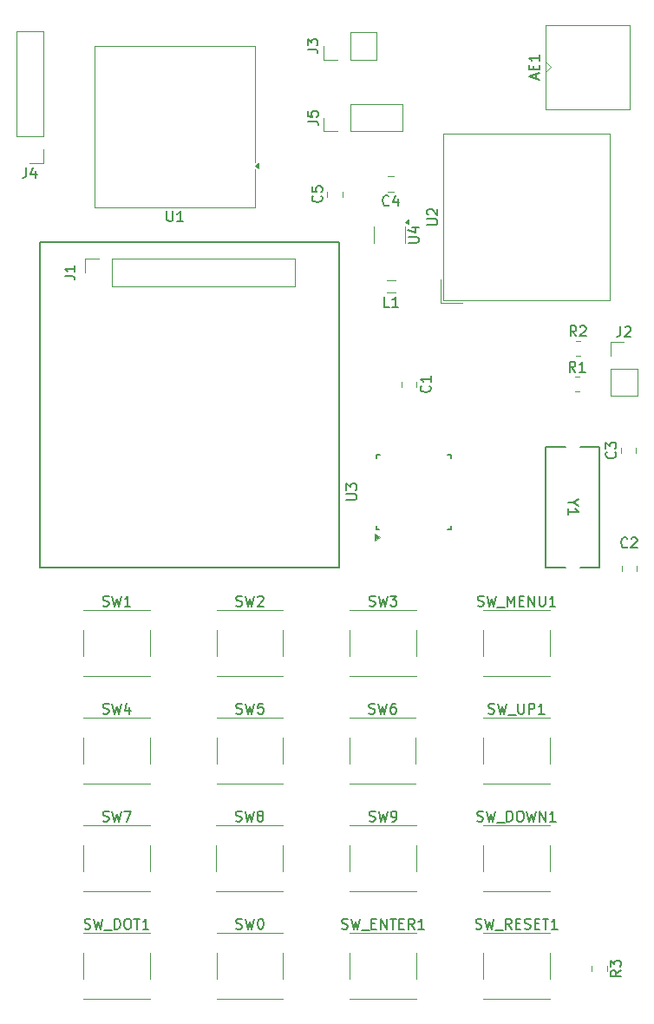
<source format=gto>
%TF.GenerationSoftware,KiCad,Pcbnew,8.0.0*%
%TF.CreationDate,2024-03-05T15:49:07-06:00*%
%TF.ProjectId,handheld_tracker,68616e64-6865-46c6-945f-747261636b65,rev?*%
%TF.SameCoordinates,Original*%
%TF.FileFunction,Legend,Top*%
%TF.FilePolarity,Positive*%
%FSLAX46Y46*%
G04 Gerber Fmt 4.6, Leading zero omitted, Abs format (unit mm)*
G04 Created by KiCad (PCBNEW 8.0.0) date 2024-03-05 15:49:07*
%MOMM*%
%LPD*%
G01*
G04 APERTURE LIST*
%ADD10C,0.200000*%
%ADD11C,0.150000*%
%ADD12C,0.120000*%
%ADD13C,0.152400*%
G04 APERTURE END LIST*
D10*
X110500000Y-68125000D02*
X139700000Y-68125000D01*
X139700000Y-99875000D01*
X110500000Y-99875000D01*
X110500000Y-68125000D01*
D11*
X136624819Y-56333333D02*
X137339104Y-56333333D01*
X137339104Y-56333333D02*
X137481961Y-56380952D01*
X137481961Y-56380952D02*
X137577200Y-56476190D01*
X137577200Y-56476190D02*
X137624819Y-56619047D01*
X137624819Y-56619047D02*
X137624819Y-56714285D01*
X136624819Y-55380952D02*
X136624819Y-55857142D01*
X136624819Y-55857142D02*
X137101009Y-55904761D01*
X137101009Y-55904761D02*
X137053390Y-55857142D01*
X137053390Y-55857142D02*
X137005771Y-55761904D01*
X137005771Y-55761904D02*
X137005771Y-55523809D01*
X137005771Y-55523809D02*
X137053390Y-55428571D01*
X137053390Y-55428571D02*
X137101009Y-55380952D01*
X137101009Y-55380952D02*
X137196247Y-55333333D01*
X137196247Y-55333333D02*
X137434342Y-55333333D01*
X137434342Y-55333333D02*
X137529580Y-55380952D01*
X137529580Y-55380952D02*
X137577200Y-55428571D01*
X137577200Y-55428571D02*
X137624819Y-55523809D01*
X137624819Y-55523809D02*
X137624819Y-55761904D01*
X137624819Y-55761904D02*
X137577200Y-55857142D01*
X137577200Y-55857142D02*
X137529580Y-55904761D01*
X109166666Y-60859819D02*
X109166666Y-61574104D01*
X109166666Y-61574104D02*
X109119047Y-61716961D01*
X109119047Y-61716961D02*
X109023809Y-61812200D01*
X109023809Y-61812200D02*
X108880952Y-61859819D01*
X108880952Y-61859819D02*
X108785714Y-61859819D01*
X110071428Y-61193152D02*
X110071428Y-61859819D01*
X109833333Y-60812200D02*
X109595238Y-61526485D01*
X109595238Y-61526485D02*
X110214285Y-61526485D01*
X129606667Y-124607200D02*
X129749524Y-124654819D01*
X129749524Y-124654819D02*
X129987619Y-124654819D01*
X129987619Y-124654819D02*
X130082857Y-124607200D01*
X130082857Y-124607200D02*
X130130476Y-124559580D01*
X130130476Y-124559580D02*
X130178095Y-124464342D01*
X130178095Y-124464342D02*
X130178095Y-124369104D01*
X130178095Y-124369104D02*
X130130476Y-124273866D01*
X130130476Y-124273866D02*
X130082857Y-124226247D01*
X130082857Y-124226247D02*
X129987619Y-124178628D01*
X129987619Y-124178628D02*
X129797143Y-124131009D01*
X129797143Y-124131009D02*
X129701905Y-124083390D01*
X129701905Y-124083390D02*
X129654286Y-124035771D01*
X129654286Y-124035771D02*
X129606667Y-123940533D01*
X129606667Y-123940533D02*
X129606667Y-123845295D01*
X129606667Y-123845295D02*
X129654286Y-123750057D01*
X129654286Y-123750057D02*
X129701905Y-123702438D01*
X129701905Y-123702438D02*
X129797143Y-123654819D01*
X129797143Y-123654819D02*
X130035238Y-123654819D01*
X130035238Y-123654819D02*
X130178095Y-123702438D01*
X130511429Y-123654819D02*
X130749524Y-124654819D01*
X130749524Y-124654819D02*
X130940000Y-123940533D01*
X130940000Y-123940533D02*
X131130476Y-124654819D01*
X131130476Y-124654819D02*
X131368572Y-123654819D01*
X131892381Y-124083390D02*
X131797143Y-124035771D01*
X131797143Y-124035771D02*
X131749524Y-123988152D01*
X131749524Y-123988152D02*
X131701905Y-123892914D01*
X131701905Y-123892914D02*
X131701905Y-123845295D01*
X131701905Y-123845295D02*
X131749524Y-123750057D01*
X131749524Y-123750057D02*
X131797143Y-123702438D01*
X131797143Y-123702438D02*
X131892381Y-123654819D01*
X131892381Y-123654819D02*
X132082857Y-123654819D01*
X132082857Y-123654819D02*
X132178095Y-123702438D01*
X132178095Y-123702438D02*
X132225714Y-123750057D01*
X132225714Y-123750057D02*
X132273333Y-123845295D01*
X132273333Y-123845295D02*
X132273333Y-123892914D01*
X132273333Y-123892914D02*
X132225714Y-123988152D01*
X132225714Y-123988152D02*
X132178095Y-124035771D01*
X132178095Y-124035771D02*
X132082857Y-124083390D01*
X132082857Y-124083390D02*
X131892381Y-124083390D01*
X131892381Y-124083390D02*
X131797143Y-124131009D01*
X131797143Y-124131009D02*
X131749524Y-124178628D01*
X131749524Y-124178628D02*
X131701905Y-124273866D01*
X131701905Y-124273866D02*
X131701905Y-124464342D01*
X131701905Y-124464342D02*
X131749524Y-124559580D01*
X131749524Y-124559580D02*
X131797143Y-124607200D01*
X131797143Y-124607200D02*
X131892381Y-124654819D01*
X131892381Y-124654819D02*
X132082857Y-124654819D01*
X132082857Y-124654819D02*
X132178095Y-124607200D01*
X132178095Y-124607200D02*
X132225714Y-124559580D01*
X132225714Y-124559580D02*
X132273333Y-124464342D01*
X132273333Y-124464342D02*
X132273333Y-124273866D01*
X132273333Y-124273866D02*
X132225714Y-124178628D01*
X132225714Y-124178628D02*
X132178095Y-124131009D01*
X132178095Y-124131009D02*
X132082857Y-124083390D01*
X144558333Y-64489580D02*
X144510714Y-64537200D01*
X144510714Y-64537200D02*
X144367857Y-64584819D01*
X144367857Y-64584819D02*
X144272619Y-64584819D01*
X144272619Y-64584819D02*
X144129762Y-64537200D01*
X144129762Y-64537200D02*
X144034524Y-64441961D01*
X144034524Y-64441961D02*
X143986905Y-64346723D01*
X143986905Y-64346723D02*
X143939286Y-64156247D01*
X143939286Y-64156247D02*
X143939286Y-64013390D01*
X143939286Y-64013390D02*
X143986905Y-63822914D01*
X143986905Y-63822914D02*
X144034524Y-63727676D01*
X144034524Y-63727676D02*
X144129762Y-63632438D01*
X144129762Y-63632438D02*
X144272619Y-63584819D01*
X144272619Y-63584819D02*
X144367857Y-63584819D01*
X144367857Y-63584819D02*
X144510714Y-63632438D01*
X144510714Y-63632438D02*
X144558333Y-63680057D01*
X145415476Y-63918152D02*
X145415476Y-64584819D01*
X145177381Y-63537200D02*
X144939286Y-64251485D01*
X144939286Y-64251485D02*
X145558333Y-64251485D01*
X122888095Y-65104819D02*
X122888095Y-65914342D01*
X122888095Y-65914342D02*
X122935714Y-66009580D01*
X122935714Y-66009580D02*
X122983333Y-66057200D01*
X122983333Y-66057200D02*
X123078571Y-66104819D01*
X123078571Y-66104819D02*
X123269047Y-66104819D01*
X123269047Y-66104819D02*
X123364285Y-66057200D01*
X123364285Y-66057200D02*
X123411904Y-66009580D01*
X123411904Y-66009580D02*
X123459523Y-65914342D01*
X123459523Y-65914342D02*
X123459523Y-65104819D01*
X124459523Y-66104819D02*
X123888095Y-66104819D01*
X124173809Y-66104819D02*
X124173809Y-65104819D01*
X124173809Y-65104819D02*
X124078571Y-65247676D01*
X124078571Y-65247676D02*
X123983333Y-65342914D01*
X123983333Y-65342914D02*
X123888095Y-65390533D01*
X167833334Y-97859579D02*
X167785715Y-97907199D01*
X167785715Y-97907199D02*
X167642858Y-97954818D01*
X167642858Y-97954818D02*
X167547620Y-97954818D01*
X167547620Y-97954818D02*
X167404763Y-97907199D01*
X167404763Y-97907199D02*
X167309525Y-97811960D01*
X167309525Y-97811960D02*
X167261906Y-97716722D01*
X167261906Y-97716722D02*
X167214287Y-97526246D01*
X167214287Y-97526246D02*
X167214287Y-97383389D01*
X167214287Y-97383389D02*
X167261906Y-97192913D01*
X167261906Y-97192913D02*
X167309525Y-97097675D01*
X167309525Y-97097675D02*
X167404763Y-97002437D01*
X167404763Y-97002437D02*
X167547620Y-96954818D01*
X167547620Y-96954818D02*
X167642858Y-96954818D01*
X167642858Y-96954818D02*
X167785715Y-97002437D01*
X167785715Y-97002437D02*
X167833334Y-97050056D01*
X168214287Y-97050056D02*
X168261906Y-97002437D01*
X168261906Y-97002437D02*
X168357144Y-96954818D01*
X168357144Y-96954818D02*
X168595239Y-96954818D01*
X168595239Y-96954818D02*
X168690477Y-97002437D01*
X168690477Y-97002437D02*
X168738096Y-97050056D01*
X168738096Y-97050056D02*
X168785715Y-97145294D01*
X168785715Y-97145294D02*
X168785715Y-97240532D01*
X168785715Y-97240532D02*
X168738096Y-97383389D01*
X168738096Y-97383389D02*
X168166668Y-97954818D01*
X168166668Y-97954818D02*
X168785715Y-97954818D01*
X140404819Y-93261904D02*
X141214342Y-93261904D01*
X141214342Y-93261904D02*
X141309580Y-93214285D01*
X141309580Y-93214285D02*
X141357200Y-93166666D01*
X141357200Y-93166666D02*
X141404819Y-93071428D01*
X141404819Y-93071428D02*
X141404819Y-92880952D01*
X141404819Y-92880952D02*
X141357200Y-92785714D01*
X141357200Y-92785714D02*
X141309580Y-92738095D01*
X141309580Y-92738095D02*
X141214342Y-92690476D01*
X141214342Y-92690476D02*
X140404819Y-92690476D01*
X140404819Y-92309523D02*
X140404819Y-91690476D01*
X140404819Y-91690476D02*
X140785771Y-92023809D01*
X140785771Y-92023809D02*
X140785771Y-91880952D01*
X140785771Y-91880952D02*
X140833390Y-91785714D01*
X140833390Y-91785714D02*
X140881009Y-91738095D01*
X140881009Y-91738095D02*
X140976247Y-91690476D01*
X140976247Y-91690476D02*
X141214342Y-91690476D01*
X141214342Y-91690476D02*
X141309580Y-91738095D01*
X141309580Y-91738095D02*
X141357200Y-91785714D01*
X141357200Y-91785714D02*
X141404819Y-91880952D01*
X141404819Y-91880952D02*
X141404819Y-92166666D01*
X141404819Y-92166666D02*
X141357200Y-92261904D01*
X141357200Y-92261904D02*
X141309580Y-92309523D01*
X116646667Y-103607200D02*
X116789524Y-103654819D01*
X116789524Y-103654819D02*
X117027619Y-103654819D01*
X117027619Y-103654819D02*
X117122857Y-103607200D01*
X117122857Y-103607200D02*
X117170476Y-103559580D01*
X117170476Y-103559580D02*
X117218095Y-103464342D01*
X117218095Y-103464342D02*
X117218095Y-103369104D01*
X117218095Y-103369104D02*
X117170476Y-103273866D01*
X117170476Y-103273866D02*
X117122857Y-103226247D01*
X117122857Y-103226247D02*
X117027619Y-103178628D01*
X117027619Y-103178628D02*
X116837143Y-103131009D01*
X116837143Y-103131009D02*
X116741905Y-103083390D01*
X116741905Y-103083390D02*
X116694286Y-103035771D01*
X116694286Y-103035771D02*
X116646667Y-102940533D01*
X116646667Y-102940533D02*
X116646667Y-102845295D01*
X116646667Y-102845295D02*
X116694286Y-102750057D01*
X116694286Y-102750057D02*
X116741905Y-102702438D01*
X116741905Y-102702438D02*
X116837143Y-102654819D01*
X116837143Y-102654819D02*
X117075238Y-102654819D01*
X117075238Y-102654819D02*
X117218095Y-102702438D01*
X117551429Y-102654819D02*
X117789524Y-103654819D01*
X117789524Y-103654819D02*
X117980000Y-102940533D01*
X117980000Y-102940533D02*
X118170476Y-103654819D01*
X118170476Y-103654819D02*
X118408572Y-102654819D01*
X119313333Y-103654819D02*
X118741905Y-103654819D01*
X119027619Y-103654819D02*
X119027619Y-102654819D01*
X119027619Y-102654819D02*
X118932381Y-102797676D01*
X118932381Y-102797676D02*
X118837143Y-102892914D01*
X118837143Y-102892914D02*
X118741905Y-102940533D01*
X166629580Y-88616666D02*
X166677200Y-88664285D01*
X166677200Y-88664285D02*
X166724819Y-88807142D01*
X166724819Y-88807142D02*
X166724819Y-88902380D01*
X166724819Y-88902380D02*
X166677200Y-89045237D01*
X166677200Y-89045237D02*
X166581961Y-89140475D01*
X166581961Y-89140475D02*
X166486723Y-89188094D01*
X166486723Y-89188094D02*
X166296247Y-89235713D01*
X166296247Y-89235713D02*
X166153390Y-89235713D01*
X166153390Y-89235713D02*
X165962914Y-89188094D01*
X165962914Y-89188094D02*
X165867676Y-89140475D01*
X165867676Y-89140475D02*
X165772438Y-89045237D01*
X165772438Y-89045237D02*
X165724819Y-88902380D01*
X165724819Y-88902380D02*
X165724819Y-88807142D01*
X165724819Y-88807142D02*
X165772438Y-88664285D01*
X165772438Y-88664285D02*
X165820057Y-88616666D01*
X165724819Y-88283332D02*
X165724819Y-87664285D01*
X165724819Y-87664285D02*
X166105771Y-87997618D01*
X166105771Y-87997618D02*
X166105771Y-87854761D01*
X166105771Y-87854761D02*
X166153390Y-87759523D01*
X166153390Y-87759523D02*
X166201009Y-87711904D01*
X166201009Y-87711904D02*
X166296247Y-87664285D01*
X166296247Y-87664285D02*
X166534342Y-87664285D01*
X166534342Y-87664285D02*
X166629580Y-87711904D01*
X166629580Y-87711904D02*
X166677200Y-87759523D01*
X166677200Y-87759523D02*
X166724819Y-87854761D01*
X166724819Y-87854761D02*
X166724819Y-88140475D01*
X166724819Y-88140475D02*
X166677200Y-88235713D01*
X166677200Y-88235713D02*
X166629580Y-88283332D01*
X158929104Y-52206666D02*
X158929104Y-51730476D01*
X159214819Y-52301904D02*
X158214819Y-51968571D01*
X158214819Y-51968571D02*
X159214819Y-51635238D01*
X158691009Y-51301904D02*
X158691009Y-50968571D01*
X159214819Y-50825714D02*
X159214819Y-51301904D01*
X159214819Y-51301904D02*
X158214819Y-51301904D01*
X158214819Y-51301904D02*
X158214819Y-50825714D01*
X159214819Y-49873333D02*
X159214819Y-50444761D01*
X159214819Y-50159047D02*
X158214819Y-50159047D01*
X158214819Y-50159047D02*
X158357676Y-50254285D01*
X158357676Y-50254285D02*
X158452914Y-50349523D01*
X158452914Y-50349523D02*
X158500533Y-50444761D01*
X114860952Y-135107200D02*
X115003809Y-135154819D01*
X115003809Y-135154819D02*
X115241904Y-135154819D01*
X115241904Y-135154819D02*
X115337142Y-135107200D01*
X115337142Y-135107200D02*
X115384761Y-135059580D01*
X115384761Y-135059580D02*
X115432380Y-134964342D01*
X115432380Y-134964342D02*
X115432380Y-134869104D01*
X115432380Y-134869104D02*
X115384761Y-134773866D01*
X115384761Y-134773866D02*
X115337142Y-134726247D01*
X115337142Y-134726247D02*
X115241904Y-134678628D01*
X115241904Y-134678628D02*
X115051428Y-134631009D01*
X115051428Y-134631009D02*
X114956190Y-134583390D01*
X114956190Y-134583390D02*
X114908571Y-134535771D01*
X114908571Y-134535771D02*
X114860952Y-134440533D01*
X114860952Y-134440533D02*
X114860952Y-134345295D01*
X114860952Y-134345295D02*
X114908571Y-134250057D01*
X114908571Y-134250057D02*
X114956190Y-134202438D01*
X114956190Y-134202438D02*
X115051428Y-134154819D01*
X115051428Y-134154819D02*
X115289523Y-134154819D01*
X115289523Y-134154819D02*
X115432380Y-134202438D01*
X115765714Y-134154819D02*
X116003809Y-135154819D01*
X116003809Y-135154819D02*
X116194285Y-134440533D01*
X116194285Y-134440533D02*
X116384761Y-135154819D01*
X116384761Y-135154819D02*
X116622857Y-134154819D01*
X116765714Y-135250057D02*
X117527618Y-135250057D01*
X117765714Y-135154819D02*
X117765714Y-134154819D01*
X117765714Y-134154819D02*
X118003809Y-134154819D01*
X118003809Y-134154819D02*
X118146666Y-134202438D01*
X118146666Y-134202438D02*
X118241904Y-134297676D01*
X118241904Y-134297676D02*
X118289523Y-134392914D01*
X118289523Y-134392914D02*
X118337142Y-134583390D01*
X118337142Y-134583390D02*
X118337142Y-134726247D01*
X118337142Y-134726247D02*
X118289523Y-134916723D01*
X118289523Y-134916723D02*
X118241904Y-135011961D01*
X118241904Y-135011961D02*
X118146666Y-135107200D01*
X118146666Y-135107200D02*
X118003809Y-135154819D01*
X118003809Y-135154819D02*
X117765714Y-135154819D01*
X118956190Y-134154819D02*
X119146666Y-134154819D01*
X119146666Y-134154819D02*
X119241904Y-134202438D01*
X119241904Y-134202438D02*
X119337142Y-134297676D01*
X119337142Y-134297676D02*
X119384761Y-134488152D01*
X119384761Y-134488152D02*
X119384761Y-134821485D01*
X119384761Y-134821485D02*
X119337142Y-135011961D01*
X119337142Y-135011961D02*
X119241904Y-135107200D01*
X119241904Y-135107200D02*
X119146666Y-135154819D01*
X119146666Y-135154819D02*
X118956190Y-135154819D01*
X118956190Y-135154819D02*
X118860952Y-135107200D01*
X118860952Y-135107200D02*
X118765714Y-135011961D01*
X118765714Y-135011961D02*
X118718095Y-134821485D01*
X118718095Y-134821485D02*
X118718095Y-134488152D01*
X118718095Y-134488152D02*
X118765714Y-134297676D01*
X118765714Y-134297676D02*
X118860952Y-134202438D01*
X118860952Y-134202438D02*
X118956190Y-134154819D01*
X119670476Y-134154819D02*
X120241904Y-134154819D01*
X119956190Y-135154819D02*
X119956190Y-134154819D01*
X121099047Y-135154819D02*
X120527619Y-135154819D01*
X120813333Y-135154819D02*
X120813333Y-134154819D01*
X120813333Y-134154819D02*
X120718095Y-134297676D01*
X120718095Y-134297676D02*
X120622857Y-134392914D01*
X120622857Y-134392914D02*
X120527619Y-134440533D01*
X142646667Y-103607200D02*
X142789524Y-103654819D01*
X142789524Y-103654819D02*
X143027619Y-103654819D01*
X143027619Y-103654819D02*
X143122857Y-103607200D01*
X143122857Y-103607200D02*
X143170476Y-103559580D01*
X143170476Y-103559580D02*
X143218095Y-103464342D01*
X143218095Y-103464342D02*
X143218095Y-103369104D01*
X143218095Y-103369104D02*
X143170476Y-103273866D01*
X143170476Y-103273866D02*
X143122857Y-103226247D01*
X143122857Y-103226247D02*
X143027619Y-103178628D01*
X143027619Y-103178628D02*
X142837143Y-103131009D01*
X142837143Y-103131009D02*
X142741905Y-103083390D01*
X142741905Y-103083390D02*
X142694286Y-103035771D01*
X142694286Y-103035771D02*
X142646667Y-102940533D01*
X142646667Y-102940533D02*
X142646667Y-102845295D01*
X142646667Y-102845295D02*
X142694286Y-102750057D01*
X142694286Y-102750057D02*
X142741905Y-102702438D01*
X142741905Y-102702438D02*
X142837143Y-102654819D01*
X142837143Y-102654819D02*
X143075238Y-102654819D01*
X143075238Y-102654819D02*
X143218095Y-102702438D01*
X143551429Y-102654819D02*
X143789524Y-103654819D01*
X143789524Y-103654819D02*
X143980000Y-102940533D01*
X143980000Y-102940533D02*
X144170476Y-103654819D01*
X144170476Y-103654819D02*
X144408572Y-102654819D01*
X144694286Y-102654819D02*
X145313333Y-102654819D01*
X145313333Y-102654819D02*
X144980000Y-103035771D01*
X144980000Y-103035771D02*
X145122857Y-103035771D01*
X145122857Y-103035771D02*
X145218095Y-103083390D01*
X145218095Y-103083390D02*
X145265714Y-103131009D01*
X145265714Y-103131009D02*
X145313333Y-103226247D01*
X145313333Y-103226247D02*
X145313333Y-103464342D01*
X145313333Y-103464342D02*
X145265714Y-103559580D01*
X145265714Y-103559580D02*
X145218095Y-103607200D01*
X145218095Y-103607200D02*
X145122857Y-103654819D01*
X145122857Y-103654819D02*
X144837143Y-103654819D01*
X144837143Y-103654819D02*
X144741905Y-103607200D01*
X144741905Y-103607200D02*
X144694286Y-103559580D01*
X146454819Y-68211904D02*
X147264342Y-68211904D01*
X147264342Y-68211904D02*
X147359580Y-68164285D01*
X147359580Y-68164285D02*
X147407200Y-68116666D01*
X147407200Y-68116666D02*
X147454819Y-68021428D01*
X147454819Y-68021428D02*
X147454819Y-67830952D01*
X147454819Y-67830952D02*
X147407200Y-67735714D01*
X147407200Y-67735714D02*
X147359580Y-67688095D01*
X147359580Y-67688095D02*
X147264342Y-67640476D01*
X147264342Y-67640476D02*
X146454819Y-67640476D01*
X146788152Y-66735714D02*
X147454819Y-66735714D01*
X146407200Y-66973809D02*
X147121485Y-67211904D01*
X147121485Y-67211904D02*
X147121485Y-66592857D01*
X139956190Y-135107200D02*
X140099047Y-135154819D01*
X140099047Y-135154819D02*
X140337142Y-135154819D01*
X140337142Y-135154819D02*
X140432380Y-135107200D01*
X140432380Y-135107200D02*
X140479999Y-135059580D01*
X140479999Y-135059580D02*
X140527618Y-134964342D01*
X140527618Y-134964342D02*
X140527618Y-134869104D01*
X140527618Y-134869104D02*
X140479999Y-134773866D01*
X140479999Y-134773866D02*
X140432380Y-134726247D01*
X140432380Y-134726247D02*
X140337142Y-134678628D01*
X140337142Y-134678628D02*
X140146666Y-134631009D01*
X140146666Y-134631009D02*
X140051428Y-134583390D01*
X140051428Y-134583390D02*
X140003809Y-134535771D01*
X140003809Y-134535771D02*
X139956190Y-134440533D01*
X139956190Y-134440533D02*
X139956190Y-134345295D01*
X139956190Y-134345295D02*
X140003809Y-134250057D01*
X140003809Y-134250057D02*
X140051428Y-134202438D01*
X140051428Y-134202438D02*
X140146666Y-134154819D01*
X140146666Y-134154819D02*
X140384761Y-134154819D01*
X140384761Y-134154819D02*
X140527618Y-134202438D01*
X140860952Y-134154819D02*
X141099047Y-135154819D01*
X141099047Y-135154819D02*
X141289523Y-134440533D01*
X141289523Y-134440533D02*
X141479999Y-135154819D01*
X141479999Y-135154819D02*
X141718095Y-134154819D01*
X141860952Y-135250057D02*
X142622856Y-135250057D01*
X142860952Y-134631009D02*
X143194285Y-134631009D01*
X143337142Y-135154819D02*
X142860952Y-135154819D01*
X142860952Y-135154819D02*
X142860952Y-134154819D01*
X142860952Y-134154819D02*
X143337142Y-134154819D01*
X143765714Y-135154819D02*
X143765714Y-134154819D01*
X143765714Y-134154819D02*
X144337142Y-135154819D01*
X144337142Y-135154819D02*
X144337142Y-134154819D01*
X144670476Y-134154819D02*
X145241904Y-134154819D01*
X144956190Y-135154819D02*
X144956190Y-134154819D01*
X145575238Y-134631009D02*
X145908571Y-134631009D01*
X146051428Y-135154819D02*
X145575238Y-135154819D01*
X145575238Y-135154819D02*
X145575238Y-134154819D01*
X145575238Y-134154819D02*
X146051428Y-134154819D01*
X147051428Y-135154819D02*
X146718095Y-134678628D01*
X146480000Y-135154819D02*
X146480000Y-134154819D01*
X146480000Y-134154819D02*
X146860952Y-134154819D01*
X146860952Y-134154819D02*
X146956190Y-134202438D01*
X146956190Y-134202438D02*
X147003809Y-134250057D01*
X147003809Y-134250057D02*
X147051428Y-134345295D01*
X147051428Y-134345295D02*
X147051428Y-134488152D01*
X147051428Y-134488152D02*
X147003809Y-134583390D01*
X147003809Y-134583390D02*
X146956190Y-134631009D01*
X146956190Y-134631009D02*
X146860952Y-134678628D01*
X146860952Y-134678628D02*
X146480000Y-134678628D01*
X148003809Y-135154819D02*
X147432381Y-135154819D01*
X147718095Y-135154819D02*
X147718095Y-134154819D01*
X147718095Y-134154819D02*
X147622857Y-134297676D01*
X147622857Y-134297676D02*
X147527619Y-134392914D01*
X147527619Y-134392914D02*
X147432381Y-134440533D01*
X167166666Y-76349819D02*
X167166666Y-77064104D01*
X167166666Y-77064104D02*
X167119047Y-77206961D01*
X167119047Y-77206961D02*
X167023809Y-77302200D01*
X167023809Y-77302200D02*
X166880952Y-77349819D01*
X166880952Y-77349819D02*
X166785714Y-77349819D01*
X167595238Y-76445057D02*
X167642857Y-76397438D01*
X167642857Y-76397438D02*
X167738095Y-76349819D01*
X167738095Y-76349819D02*
X167976190Y-76349819D01*
X167976190Y-76349819D02*
X168071428Y-76397438D01*
X168071428Y-76397438D02*
X168119047Y-76445057D01*
X168119047Y-76445057D02*
X168166666Y-76540295D01*
X168166666Y-76540295D02*
X168166666Y-76635533D01*
X168166666Y-76635533D02*
X168119047Y-76778390D01*
X168119047Y-76778390D02*
X167547619Y-77349819D01*
X167547619Y-77349819D02*
X168166666Y-77349819D01*
X162833333Y-77304819D02*
X162500000Y-76828628D01*
X162261905Y-77304819D02*
X162261905Y-76304819D01*
X162261905Y-76304819D02*
X162642857Y-76304819D01*
X162642857Y-76304819D02*
X162738095Y-76352438D01*
X162738095Y-76352438D02*
X162785714Y-76400057D01*
X162785714Y-76400057D02*
X162833333Y-76495295D01*
X162833333Y-76495295D02*
X162833333Y-76638152D01*
X162833333Y-76638152D02*
X162785714Y-76733390D01*
X162785714Y-76733390D02*
X162738095Y-76781009D01*
X162738095Y-76781009D02*
X162642857Y-76828628D01*
X162642857Y-76828628D02*
X162261905Y-76828628D01*
X163214286Y-76400057D02*
X163261905Y-76352438D01*
X163261905Y-76352438D02*
X163357143Y-76304819D01*
X163357143Y-76304819D02*
X163595238Y-76304819D01*
X163595238Y-76304819D02*
X163690476Y-76352438D01*
X163690476Y-76352438D02*
X163738095Y-76400057D01*
X163738095Y-76400057D02*
X163785714Y-76495295D01*
X163785714Y-76495295D02*
X163785714Y-76590533D01*
X163785714Y-76590533D02*
X163738095Y-76733390D01*
X163738095Y-76733390D02*
X163166667Y-77304819D01*
X163166667Y-77304819D02*
X163785714Y-77304819D01*
X153166667Y-124607200D02*
X153309524Y-124654819D01*
X153309524Y-124654819D02*
X153547619Y-124654819D01*
X153547619Y-124654819D02*
X153642857Y-124607200D01*
X153642857Y-124607200D02*
X153690476Y-124559580D01*
X153690476Y-124559580D02*
X153738095Y-124464342D01*
X153738095Y-124464342D02*
X153738095Y-124369104D01*
X153738095Y-124369104D02*
X153690476Y-124273866D01*
X153690476Y-124273866D02*
X153642857Y-124226247D01*
X153642857Y-124226247D02*
X153547619Y-124178628D01*
X153547619Y-124178628D02*
X153357143Y-124131009D01*
X153357143Y-124131009D02*
X153261905Y-124083390D01*
X153261905Y-124083390D02*
X153214286Y-124035771D01*
X153214286Y-124035771D02*
X153166667Y-123940533D01*
X153166667Y-123940533D02*
X153166667Y-123845295D01*
X153166667Y-123845295D02*
X153214286Y-123750057D01*
X153214286Y-123750057D02*
X153261905Y-123702438D01*
X153261905Y-123702438D02*
X153357143Y-123654819D01*
X153357143Y-123654819D02*
X153595238Y-123654819D01*
X153595238Y-123654819D02*
X153738095Y-123702438D01*
X154071429Y-123654819D02*
X154309524Y-124654819D01*
X154309524Y-124654819D02*
X154500000Y-123940533D01*
X154500000Y-123940533D02*
X154690476Y-124654819D01*
X154690476Y-124654819D02*
X154928572Y-123654819D01*
X155071429Y-124750057D02*
X155833333Y-124750057D01*
X156071429Y-124654819D02*
X156071429Y-123654819D01*
X156071429Y-123654819D02*
X156309524Y-123654819D01*
X156309524Y-123654819D02*
X156452381Y-123702438D01*
X156452381Y-123702438D02*
X156547619Y-123797676D01*
X156547619Y-123797676D02*
X156595238Y-123892914D01*
X156595238Y-123892914D02*
X156642857Y-124083390D01*
X156642857Y-124083390D02*
X156642857Y-124226247D01*
X156642857Y-124226247D02*
X156595238Y-124416723D01*
X156595238Y-124416723D02*
X156547619Y-124511961D01*
X156547619Y-124511961D02*
X156452381Y-124607200D01*
X156452381Y-124607200D02*
X156309524Y-124654819D01*
X156309524Y-124654819D02*
X156071429Y-124654819D01*
X157261905Y-123654819D02*
X157452381Y-123654819D01*
X157452381Y-123654819D02*
X157547619Y-123702438D01*
X157547619Y-123702438D02*
X157642857Y-123797676D01*
X157642857Y-123797676D02*
X157690476Y-123988152D01*
X157690476Y-123988152D02*
X157690476Y-124321485D01*
X157690476Y-124321485D02*
X157642857Y-124511961D01*
X157642857Y-124511961D02*
X157547619Y-124607200D01*
X157547619Y-124607200D02*
X157452381Y-124654819D01*
X157452381Y-124654819D02*
X157261905Y-124654819D01*
X157261905Y-124654819D02*
X157166667Y-124607200D01*
X157166667Y-124607200D02*
X157071429Y-124511961D01*
X157071429Y-124511961D02*
X157023810Y-124321485D01*
X157023810Y-124321485D02*
X157023810Y-123988152D01*
X157023810Y-123988152D02*
X157071429Y-123797676D01*
X157071429Y-123797676D02*
X157166667Y-123702438D01*
X157166667Y-123702438D02*
X157261905Y-123654819D01*
X158023810Y-123654819D02*
X158261905Y-124654819D01*
X158261905Y-124654819D02*
X158452381Y-123940533D01*
X158452381Y-123940533D02*
X158642857Y-124654819D01*
X158642857Y-124654819D02*
X158880953Y-123654819D01*
X159261905Y-124654819D02*
X159261905Y-123654819D01*
X159261905Y-123654819D02*
X159833333Y-124654819D01*
X159833333Y-124654819D02*
X159833333Y-123654819D01*
X160833333Y-124654819D02*
X160261905Y-124654819D01*
X160547619Y-124654819D02*
X160547619Y-123654819D01*
X160547619Y-123654819D02*
X160452381Y-123797676D01*
X160452381Y-123797676D02*
X160357143Y-123892914D01*
X160357143Y-123892914D02*
X160261905Y-123940533D01*
X116646667Y-124607200D02*
X116789524Y-124654819D01*
X116789524Y-124654819D02*
X117027619Y-124654819D01*
X117027619Y-124654819D02*
X117122857Y-124607200D01*
X117122857Y-124607200D02*
X117170476Y-124559580D01*
X117170476Y-124559580D02*
X117218095Y-124464342D01*
X117218095Y-124464342D02*
X117218095Y-124369104D01*
X117218095Y-124369104D02*
X117170476Y-124273866D01*
X117170476Y-124273866D02*
X117122857Y-124226247D01*
X117122857Y-124226247D02*
X117027619Y-124178628D01*
X117027619Y-124178628D02*
X116837143Y-124131009D01*
X116837143Y-124131009D02*
X116741905Y-124083390D01*
X116741905Y-124083390D02*
X116694286Y-124035771D01*
X116694286Y-124035771D02*
X116646667Y-123940533D01*
X116646667Y-123940533D02*
X116646667Y-123845295D01*
X116646667Y-123845295D02*
X116694286Y-123750057D01*
X116694286Y-123750057D02*
X116741905Y-123702438D01*
X116741905Y-123702438D02*
X116837143Y-123654819D01*
X116837143Y-123654819D02*
X117075238Y-123654819D01*
X117075238Y-123654819D02*
X117218095Y-123702438D01*
X117551429Y-123654819D02*
X117789524Y-124654819D01*
X117789524Y-124654819D02*
X117980000Y-123940533D01*
X117980000Y-123940533D02*
X118170476Y-124654819D01*
X118170476Y-124654819D02*
X118408572Y-123654819D01*
X118694286Y-123654819D02*
X119360952Y-123654819D01*
X119360952Y-123654819D02*
X118932381Y-124654819D01*
X112909819Y-71433333D02*
X113624104Y-71433333D01*
X113624104Y-71433333D02*
X113766961Y-71480952D01*
X113766961Y-71480952D02*
X113862200Y-71576190D01*
X113862200Y-71576190D02*
X113909819Y-71719047D01*
X113909819Y-71719047D02*
X113909819Y-71814285D01*
X113909819Y-70433333D02*
X113909819Y-71004761D01*
X113909819Y-70719047D02*
X112909819Y-70719047D01*
X112909819Y-70719047D02*
X113052676Y-70814285D01*
X113052676Y-70814285D02*
X113147914Y-70909523D01*
X113147914Y-70909523D02*
X113195533Y-71004761D01*
X148539580Y-82166666D02*
X148587200Y-82214285D01*
X148587200Y-82214285D02*
X148634819Y-82357142D01*
X148634819Y-82357142D02*
X148634819Y-82452380D01*
X148634819Y-82452380D02*
X148587200Y-82595237D01*
X148587200Y-82595237D02*
X148491961Y-82690475D01*
X148491961Y-82690475D02*
X148396723Y-82738094D01*
X148396723Y-82738094D02*
X148206247Y-82785713D01*
X148206247Y-82785713D02*
X148063390Y-82785713D01*
X148063390Y-82785713D02*
X147872914Y-82738094D01*
X147872914Y-82738094D02*
X147777676Y-82690475D01*
X147777676Y-82690475D02*
X147682438Y-82595237D01*
X147682438Y-82595237D02*
X147634819Y-82452380D01*
X147634819Y-82452380D02*
X147634819Y-82357142D01*
X147634819Y-82357142D02*
X147682438Y-82214285D01*
X147682438Y-82214285D02*
X147730057Y-82166666D01*
X148634819Y-81214285D02*
X148634819Y-81785713D01*
X148634819Y-81499999D02*
X147634819Y-81499999D01*
X147634819Y-81499999D02*
X147777676Y-81595237D01*
X147777676Y-81595237D02*
X147872914Y-81690475D01*
X147872914Y-81690475D02*
X147920533Y-81785713D01*
X142646667Y-124607200D02*
X142789524Y-124654819D01*
X142789524Y-124654819D02*
X143027619Y-124654819D01*
X143027619Y-124654819D02*
X143122857Y-124607200D01*
X143122857Y-124607200D02*
X143170476Y-124559580D01*
X143170476Y-124559580D02*
X143218095Y-124464342D01*
X143218095Y-124464342D02*
X143218095Y-124369104D01*
X143218095Y-124369104D02*
X143170476Y-124273866D01*
X143170476Y-124273866D02*
X143122857Y-124226247D01*
X143122857Y-124226247D02*
X143027619Y-124178628D01*
X143027619Y-124178628D02*
X142837143Y-124131009D01*
X142837143Y-124131009D02*
X142741905Y-124083390D01*
X142741905Y-124083390D02*
X142694286Y-124035771D01*
X142694286Y-124035771D02*
X142646667Y-123940533D01*
X142646667Y-123940533D02*
X142646667Y-123845295D01*
X142646667Y-123845295D02*
X142694286Y-123750057D01*
X142694286Y-123750057D02*
X142741905Y-123702438D01*
X142741905Y-123702438D02*
X142837143Y-123654819D01*
X142837143Y-123654819D02*
X143075238Y-123654819D01*
X143075238Y-123654819D02*
X143218095Y-123702438D01*
X143551429Y-123654819D02*
X143789524Y-124654819D01*
X143789524Y-124654819D02*
X143980000Y-123940533D01*
X143980000Y-123940533D02*
X144170476Y-124654819D01*
X144170476Y-124654819D02*
X144408572Y-123654819D01*
X144837143Y-124654819D02*
X145027619Y-124654819D01*
X145027619Y-124654819D02*
X145122857Y-124607200D01*
X145122857Y-124607200D02*
X145170476Y-124559580D01*
X145170476Y-124559580D02*
X145265714Y-124416723D01*
X145265714Y-124416723D02*
X145313333Y-124226247D01*
X145313333Y-124226247D02*
X145313333Y-123845295D01*
X145313333Y-123845295D02*
X145265714Y-123750057D01*
X145265714Y-123750057D02*
X145218095Y-123702438D01*
X145218095Y-123702438D02*
X145122857Y-123654819D01*
X145122857Y-123654819D02*
X144932381Y-123654819D01*
X144932381Y-123654819D02*
X144837143Y-123702438D01*
X144837143Y-123702438D02*
X144789524Y-123750057D01*
X144789524Y-123750057D02*
X144741905Y-123845295D01*
X144741905Y-123845295D02*
X144741905Y-124083390D01*
X144741905Y-124083390D02*
X144789524Y-124178628D01*
X144789524Y-124178628D02*
X144837143Y-124226247D01*
X144837143Y-124226247D02*
X144932381Y-124273866D01*
X144932381Y-124273866D02*
X145122857Y-124273866D01*
X145122857Y-124273866D02*
X145218095Y-124226247D01*
X145218095Y-124226247D02*
X145265714Y-124178628D01*
X145265714Y-124178628D02*
X145313333Y-124083390D01*
X129646667Y-135107200D02*
X129789524Y-135154819D01*
X129789524Y-135154819D02*
X130027619Y-135154819D01*
X130027619Y-135154819D02*
X130122857Y-135107200D01*
X130122857Y-135107200D02*
X130170476Y-135059580D01*
X130170476Y-135059580D02*
X130218095Y-134964342D01*
X130218095Y-134964342D02*
X130218095Y-134869104D01*
X130218095Y-134869104D02*
X130170476Y-134773866D01*
X130170476Y-134773866D02*
X130122857Y-134726247D01*
X130122857Y-134726247D02*
X130027619Y-134678628D01*
X130027619Y-134678628D02*
X129837143Y-134631009D01*
X129837143Y-134631009D02*
X129741905Y-134583390D01*
X129741905Y-134583390D02*
X129694286Y-134535771D01*
X129694286Y-134535771D02*
X129646667Y-134440533D01*
X129646667Y-134440533D02*
X129646667Y-134345295D01*
X129646667Y-134345295D02*
X129694286Y-134250057D01*
X129694286Y-134250057D02*
X129741905Y-134202438D01*
X129741905Y-134202438D02*
X129837143Y-134154819D01*
X129837143Y-134154819D02*
X130075238Y-134154819D01*
X130075238Y-134154819D02*
X130218095Y-134202438D01*
X130551429Y-134154819D02*
X130789524Y-135154819D01*
X130789524Y-135154819D02*
X130980000Y-134440533D01*
X130980000Y-134440533D02*
X131170476Y-135154819D01*
X131170476Y-135154819D02*
X131408572Y-134154819D01*
X131980000Y-134154819D02*
X132075238Y-134154819D01*
X132075238Y-134154819D02*
X132170476Y-134202438D01*
X132170476Y-134202438D02*
X132218095Y-134250057D01*
X132218095Y-134250057D02*
X132265714Y-134345295D01*
X132265714Y-134345295D02*
X132313333Y-134535771D01*
X132313333Y-134535771D02*
X132313333Y-134773866D01*
X132313333Y-134773866D02*
X132265714Y-134964342D01*
X132265714Y-134964342D02*
X132218095Y-135059580D01*
X132218095Y-135059580D02*
X132170476Y-135107200D01*
X132170476Y-135107200D02*
X132075238Y-135154819D01*
X132075238Y-135154819D02*
X131980000Y-135154819D01*
X131980000Y-135154819D02*
X131884762Y-135107200D01*
X131884762Y-135107200D02*
X131837143Y-135059580D01*
X131837143Y-135059580D02*
X131789524Y-134964342D01*
X131789524Y-134964342D02*
X131741905Y-134773866D01*
X131741905Y-134773866D02*
X131741905Y-134535771D01*
X131741905Y-134535771D02*
X131789524Y-134345295D01*
X131789524Y-134345295D02*
X131837143Y-134250057D01*
X131837143Y-134250057D02*
X131884762Y-134202438D01*
X131884762Y-134202438D02*
X131980000Y-134154819D01*
X153043809Y-135107200D02*
X153186666Y-135154819D01*
X153186666Y-135154819D02*
X153424761Y-135154819D01*
X153424761Y-135154819D02*
X153519999Y-135107200D01*
X153519999Y-135107200D02*
X153567618Y-135059580D01*
X153567618Y-135059580D02*
X153615237Y-134964342D01*
X153615237Y-134964342D02*
X153615237Y-134869104D01*
X153615237Y-134869104D02*
X153567618Y-134773866D01*
X153567618Y-134773866D02*
X153519999Y-134726247D01*
X153519999Y-134726247D02*
X153424761Y-134678628D01*
X153424761Y-134678628D02*
X153234285Y-134631009D01*
X153234285Y-134631009D02*
X153139047Y-134583390D01*
X153139047Y-134583390D02*
X153091428Y-134535771D01*
X153091428Y-134535771D02*
X153043809Y-134440533D01*
X153043809Y-134440533D02*
X153043809Y-134345295D01*
X153043809Y-134345295D02*
X153091428Y-134250057D01*
X153091428Y-134250057D02*
X153139047Y-134202438D01*
X153139047Y-134202438D02*
X153234285Y-134154819D01*
X153234285Y-134154819D02*
X153472380Y-134154819D01*
X153472380Y-134154819D02*
X153615237Y-134202438D01*
X153948571Y-134154819D02*
X154186666Y-135154819D01*
X154186666Y-135154819D02*
X154377142Y-134440533D01*
X154377142Y-134440533D02*
X154567618Y-135154819D01*
X154567618Y-135154819D02*
X154805714Y-134154819D01*
X154948571Y-135250057D02*
X155710475Y-135250057D01*
X156519999Y-135154819D02*
X156186666Y-134678628D01*
X155948571Y-135154819D02*
X155948571Y-134154819D01*
X155948571Y-134154819D02*
X156329523Y-134154819D01*
X156329523Y-134154819D02*
X156424761Y-134202438D01*
X156424761Y-134202438D02*
X156472380Y-134250057D01*
X156472380Y-134250057D02*
X156519999Y-134345295D01*
X156519999Y-134345295D02*
X156519999Y-134488152D01*
X156519999Y-134488152D02*
X156472380Y-134583390D01*
X156472380Y-134583390D02*
X156424761Y-134631009D01*
X156424761Y-134631009D02*
X156329523Y-134678628D01*
X156329523Y-134678628D02*
X155948571Y-134678628D01*
X156948571Y-134631009D02*
X157281904Y-134631009D01*
X157424761Y-135154819D02*
X156948571Y-135154819D01*
X156948571Y-135154819D02*
X156948571Y-134154819D01*
X156948571Y-134154819D02*
X157424761Y-134154819D01*
X157805714Y-135107200D02*
X157948571Y-135154819D01*
X157948571Y-135154819D02*
X158186666Y-135154819D01*
X158186666Y-135154819D02*
X158281904Y-135107200D01*
X158281904Y-135107200D02*
X158329523Y-135059580D01*
X158329523Y-135059580D02*
X158377142Y-134964342D01*
X158377142Y-134964342D02*
X158377142Y-134869104D01*
X158377142Y-134869104D02*
X158329523Y-134773866D01*
X158329523Y-134773866D02*
X158281904Y-134726247D01*
X158281904Y-134726247D02*
X158186666Y-134678628D01*
X158186666Y-134678628D02*
X157996190Y-134631009D01*
X157996190Y-134631009D02*
X157900952Y-134583390D01*
X157900952Y-134583390D02*
X157853333Y-134535771D01*
X157853333Y-134535771D02*
X157805714Y-134440533D01*
X157805714Y-134440533D02*
X157805714Y-134345295D01*
X157805714Y-134345295D02*
X157853333Y-134250057D01*
X157853333Y-134250057D02*
X157900952Y-134202438D01*
X157900952Y-134202438D02*
X157996190Y-134154819D01*
X157996190Y-134154819D02*
X158234285Y-134154819D01*
X158234285Y-134154819D02*
X158377142Y-134202438D01*
X158805714Y-134631009D02*
X159139047Y-134631009D01*
X159281904Y-135154819D02*
X158805714Y-135154819D01*
X158805714Y-135154819D02*
X158805714Y-134154819D01*
X158805714Y-134154819D02*
X159281904Y-134154819D01*
X159567619Y-134154819D02*
X160139047Y-134154819D01*
X159853333Y-135154819D02*
X159853333Y-134154819D01*
X160996190Y-135154819D02*
X160424762Y-135154819D01*
X160710476Y-135154819D02*
X160710476Y-134154819D01*
X160710476Y-134154819D02*
X160615238Y-134297676D01*
X160615238Y-134297676D02*
X160520000Y-134392914D01*
X160520000Y-134392914D02*
X160424762Y-134440533D01*
X116646667Y-114107200D02*
X116789524Y-114154819D01*
X116789524Y-114154819D02*
X117027619Y-114154819D01*
X117027619Y-114154819D02*
X117122857Y-114107200D01*
X117122857Y-114107200D02*
X117170476Y-114059580D01*
X117170476Y-114059580D02*
X117218095Y-113964342D01*
X117218095Y-113964342D02*
X117218095Y-113869104D01*
X117218095Y-113869104D02*
X117170476Y-113773866D01*
X117170476Y-113773866D02*
X117122857Y-113726247D01*
X117122857Y-113726247D02*
X117027619Y-113678628D01*
X117027619Y-113678628D02*
X116837143Y-113631009D01*
X116837143Y-113631009D02*
X116741905Y-113583390D01*
X116741905Y-113583390D02*
X116694286Y-113535771D01*
X116694286Y-113535771D02*
X116646667Y-113440533D01*
X116646667Y-113440533D02*
X116646667Y-113345295D01*
X116646667Y-113345295D02*
X116694286Y-113250057D01*
X116694286Y-113250057D02*
X116741905Y-113202438D01*
X116741905Y-113202438D02*
X116837143Y-113154819D01*
X116837143Y-113154819D02*
X117075238Y-113154819D01*
X117075238Y-113154819D02*
X117218095Y-113202438D01*
X117551429Y-113154819D02*
X117789524Y-114154819D01*
X117789524Y-114154819D02*
X117980000Y-113440533D01*
X117980000Y-113440533D02*
X118170476Y-114154819D01*
X118170476Y-114154819D02*
X118408572Y-113154819D01*
X119218095Y-113488152D02*
X119218095Y-114154819D01*
X118980000Y-113107200D02*
X118741905Y-113821485D01*
X118741905Y-113821485D02*
X119360952Y-113821485D01*
X162521371Y-93523809D02*
X162045180Y-93523809D01*
X163045180Y-93190476D02*
X162521371Y-93523809D01*
X162521371Y-93523809D02*
X163045180Y-93857142D01*
X162045180Y-94714285D02*
X162045180Y-94142857D01*
X162045180Y-94428571D02*
X163045180Y-94428571D01*
X163045180Y-94428571D02*
X162902323Y-94333333D01*
X162902323Y-94333333D02*
X162807085Y-94238095D01*
X162807085Y-94238095D02*
X162759466Y-94142857D01*
X137954580Y-63616666D02*
X138002200Y-63664285D01*
X138002200Y-63664285D02*
X138049819Y-63807142D01*
X138049819Y-63807142D02*
X138049819Y-63902380D01*
X138049819Y-63902380D02*
X138002200Y-64045237D01*
X138002200Y-64045237D02*
X137906961Y-64140475D01*
X137906961Y-64140475D02*
X137811723Y-64188094D01*
X137811723Y-64188094D02*
X137621247Y-64235713D01*
X137621247Y-64235713D02*
X137478390Y-64235713D01*
X137478390Y-64235713D02*
X137287914Y-64188094D01*
X137287914Y-64188094D02*
X137192676Y-64140475D01*
X137192676Y-64140475D02*
X137097438Y-64045237D01*
X137097438Y-64045237D02*
X137049819Y-63902380D01*
X137049819Y-63902380D02*
X137049819Y-63807142D01*
X137049819Y-63807142D02*
X137097438Y-63664285D01*
X137097438Y-63664285D02*
X137145057Y-63616666D01*
X137049819Y-62711904D02*
X137049819Y-63188094D01*
X137049819Y-63188094D02*
X137526009Y-63235713D01*
X137526009Y-63235713D02*
X137478390Y-63188094D01*
X137478390Y-63188094D02*
X137430771Y-63092856D01*
X137430771Y-63092856D02*
X137430771Y-62854761D01*
X137430771Y-62854761D02*
X137478390Y-62759523D01*
X137478390Y-62759523D02*
X137526009Y-62711904D01*
X137526009Y-62711904D02*
X137621247Y-62664285D01*
X137621247Y-62664285D02*
X137859342Y-62664285D01*
X137859342Y-62664285D02*
X137954580Y-62711904D01*
X137954580Y-62711904D02*
X138002200Y-62759523D01*
X138002200Y-62759523D02*
X138049819Y-62854761D01*
X138049819Y-62854761D02*
X138049819Y-63092856D01*
X138049819Y-63092856D02*
X138002200Y-63188094D01*
X138002200Y-63188094D02*
X137954580Y-63235713D01*
X129646667Y-103607200D02*
X129789524Y-103654819D01*
X129789524Y-103654819D02*
X130027619Y-103654819D01*
X130027619Y-103654819D02*
X130122857Y-103607200D01*
X130122857Y-103607200D02*
X130170476Y-103559580D01*
X130170476Y-103559580D02*
X130218095Y-103464342D01*
X130218095Y-103464342D02*
X130218095Y-103369104D01*
X130218095Y-103369104D02*
X130170476Y-103273866D01*
X130170476Y-103273866D02*
X130122857Y-103226247D01*
X130122857Y-103226247D02*
X130027619Y-103178628D01*
X130027619Y-103178628D02*
X129837143Y-103131009D01*
X129837143Y-103131009D02*
X129741905Y-103083390D01*
X129741905Y-103083390D02*
X129694286Y-103035771D01*
X129694286Y-103035771D02*
X129646667Y-102940533D01*
X129646667Y-102940533D02*
X129646667Y-102845295D01*
X129646667Y-102845295D02*
X129694286Y-102750057D01*
X129694286Y-102750057D02*
X129741905Y-102702438D01*
X129741905Y-102702438D02*
X129837143Y-102654819D01*
X129837143Y-102654819D02*
X130075238Y-102654819D01*
X130075238Y-102654819D02*
X130218095Y-102702438D01*
X130551429Y-102654819D02*
X130789524Y-103654819D01*
X130789524Y-103654819D02*
X130980000Y-102940533D01*
X130980000Y-102940533D02*
X131170476Y-103654819D01*
X131170476Y-103654819D02*
X131408572Y-102654819D01*
X131741905Y-102750057D02*
X131789524Y-102702438D01*
X131789524Y-102702438D02*
X131884762Y-102654819D01*
X131884762Y-102654819D02*
X132122857Y-102654819D01*
X132122857Y-102654819D02*
X132218095Y-102702438D01*
X132218095Y-102702438D02*
X132265714Y-102750057D01*
X132265714Y-102750057D02*
X132313333Y-102845295D01*
X132313333Y-102845295D02*
X132313333Y-102940533D01*
X132313333Y-102940533D02*
X132265714Y-103083390D01*
X132265714Y-103083390D02*
X131694286Y-103654819D01*
X131694286Y-103654819D02*
X132313333Y-103654819D01*
X142606667Y-114107200D02*
X142749524Y-114154819D01*
X142749524Y-114154819D02*
X142987619Y-114154819D01*
X142987619Y-114154819D02*
X143082857Y-114107200D01*
X143082857Y-114107200D02*
X143130476Y-114059580D01*
X143130476Y-114059580D02*
X143178095Y-113964342D01*
X143178095Y-113964342D02*
X143178095Y-113869104D01*
X143178095Y-113869104D02*
X143130476Y-113773866D01*
X143130476Y-113773866D02*
X143082857Y-113726247D01*
X143082857Y-113726247D02*
X142987619Y-113678628D01*
X142987619Y-113678628D02*
X142797143Y-113631009D01*
X142797143Y-113631009D02*
X142701905Y-113583390D01*
X142701905Y-113583390D02*
X142654286Y-113535771D01*
X142654286Y-113535771D02*
X142606667Y-113440533D01*
X142606667Y-113440533D02*
X142606667Y-113345295D01*
X142606667Y-113345295D02*
X142654286Y-113250057D01*
X142654286Y-113250057D02*
X142701905Y-113202438D01*
X142701905Y-113202438D02*
X142797143Y-113154819D01*
X142797143Y-113154819D02*
X143035238Y-113154819D01*
X143035238Y-113154819D02*
X143178095Y-113202438D01*
X143511429Y-113154819D02*
X143749524Y-114154819D01*
X143749524Y-114154819D02*
X143940000Y-113440533D01*
X143940000Y-113440533D02*
X144130476Y-114154819D01*
X144130476Y-114154819D02*
X144368572Y-113154819D01*
X145178095Y-113154819D02*
X144987619Y-113154819D01*
X144987619Y-113154819D02*
X144892381Y-113202438D01*
X144892381Y-113202438D02*
X144844762Y-113250057D01*
X144844762Y-113250057D02*
X144749524Y-113392914D01*
X144749524Y-113392914D02*
X144701905Y-113583390D01*
X144701905Y-113583390D02*
X144701905Y-113964342D01*
X144701905Y-113964342D02*
X144749524Y-114059580D01*
X144749524Y-114059580D02*
X144797143Y-114107200D01*
X144797143Y-114107200D02*
X144892381Y-114154819D01*
X144892381Y-114154819D02*
X145082857Y-114154819D01*
X145082857Y-114154819D02*
X145178095Y-114107200D01*
X145178095Y-114107200D02*
X145225714Y-114059580D01*
X145225714Y-114059580D02*
X145273333Y-113964342D01*
X145273333Y-113964342D02*
X145273333Y-113726247D01*
X145273333Y-113726247D02*
X145225714Y-113631009D01*
X145225714Y-113631009D02*
X145178095Y-113583390D01*
X145178095Y-113583390D02*
X145082857Y-113535771D01*
X145082857Y-113535771D02*
X144892381Y-113535771D01*
X144892381Y-113535771D02*
X144797143Y-113583390D01*
X144797143Y-113583390D02*
X144749524Y-113631009D01*
X144749524Y-113631009D02*
X144701905Y-113726247D01*
X162745833Y-80804819D02*
X162412500Y-80328628D01*
X162174405Y-80804819D02*
X162174405Y-79804819D01*
X162174405Y-79804819D02*
X162555357Y-79804819D01*
X162555357Y-79804819D02*
X162650595Y-79852438D01*
X162650595Y-79852438D02*
X162698214Y-79900057D01*
X162698214Y-79900057D02*
X162745833Y-79995295D01*
X162745833Y-79995295D02*
X162745833Y-80138152D01*
X162745833Y-80138152D02*
X162698214Y-80233390D01*
X162698214Y-80233390D02*
X162650595Y-80281009D01*
X162650595Y-80281009D02*
X162555357Y-80328628D01*
X162555357Y-80328628D02*
X162174405Y-80328628D01*
X163698214Y-80804819D02*
X163126786Y-80804819D01*
X163412500Y-80804819D02*
X163412500Y-79804819D01*
X163412500Y-79804819D02*
X163317262Y-79947676D01*
X163317262Y-79947676D02*
X163222024Y-80042914D01*
X163222024Y-80042914D02*
X163126786Y-80090533D01*
X136609819Y-49333333D02*
X137324104Y-49333333D01*
X137324104Y-49333333D02*
X137466961Y-49380952D01*
X137466961Y-49380952D02*
X137562200Y-49476190D01*
X137562200Y-49476190D02*
X137609819Y-49619047D01*
X137609819Y-49619047D02*
X137609819Y-49714285D01*
X136609819Y-48952380D02*
X136609819Y-48333333D01*
X136609819Y-48333333D02*
X136990771Y-48666666D01*
X136990771Y-48666666D02*
X136990771Y-48523809D01*
X136990771Y-48523809D02*
X137038390Y-48428571D01*
X137038390Y-48428571D02*
X137086009Y-48380952D01*
X137086009Y-48380952D02*
X137181247Y-48333333D01*
X137181247Y-48333333D02*
X137419342Y-48333333D01*
X137419342Y-48333333D02*
X137514580Y-48380952D01*
X137514580Y-48380952D02*
X137562200Y-48428571D01*
X137562200Y-48428571D02*
X137609819Y-48523809D01*
X137609819Y-48523809D02*
X137609819Y-48809523D01*
X137609819Y-48809523D02*
X137562200Y-48904761D01*
X137562200Y-48904761D02*
X137514580Y-48952380D01*
X154261905Y-114107200D02*
X154404762Y-114154819D01*
X154404762Y-114154819D02*
X154642857Y-114154819D01*
X154642857Y-114154819D02*
X154738095Y-114107200D01*
X154738095Y-114107200D02*
X154785714Y-114059580D01*
X154785714Y-114059580D02*
X154833333Y-113964342D01*
X154833333Y-113964342D02*
X154833333Y-113869104D01*
X154833333Y-113869104D02*
X154785714Y-113773866D01*
X154785714Y-113773866D02*
X154738095Y-113726247D01*
X154738095Y-113726247D02*
X154642857Y-113678628D01*
X154642857Y-113678628D02*
X154452381Y-113631009D01*
X154452381Y-113631009D02*
X154357143Y-113583390D01*
X154357143Y-113583390D02*
X154309524Y-113535771D01*
X154309524Y-113535771D02*
X154261905Y-113440533D01*
X154261905Y-113440533D02*
X154261905Y-113345295D01*
X154261905Y-113345295D02*
X154309524Y-113250057D01*
X154309524Y-113250057D02*
X154357143Y-113202438D01*
X154357143Y-113202438D02*
X154452381Y-113154819D01*
X154452381Y-113154819D02*
X154690476Y-113154819D01*
X154690476Y-113154819D02*
X154833333Y-113202438D01*
X155166667Y-113154819D02*
X155404762Y-114154819D01*
X155404762Y-114154819D02*
X155595238Y-113440533D01*
X155595238Y-113440533D02*
X155785714Y-114154819D01*
X155785714Y-114154819D02*
X156023810Y-113154819D01*
X156166667Y-114250057D02*
X156928571Y-114250057D01*
X157166667Y-113154819D02*
X157166667Y-113964342D01*
X157166667Y-113964342D02*
X157214286Y-114059580D01*
X157214286Y-114059580D02*
X157261905Y-114107200D01*
X157261905Y-114107200D02*
X157357143Y-114154819D01*
X157357143Y-114154819D02*
X157547619Y-114154819D01*
X157547619Y-114154819D02*
X157642857Y-114107200D01*
X157642857Y-114107200D02*
X157690476Y-114059580D01*
X157690476Y-114059580D02*
X157738095Y-113964342D01*
X157738095Y-113964342D02*
X157738095Y-113154819D01*
X158214286Y-114154819D02*
X158214286Y-113154819D01*
X158214286Y-113154819D02*
X158595238Y-113154819D01*
X158595238Y-113154819D02*
X158690476Y-113202438D01*
X158690476Y-113202438D02*
X158738095Y-113250057D01*
X158738095Y-113250057D02*
X158785714Y-113345295D01*
X158785714Y-113345295D02*
X158785714Y-113488152D01*
X158785714Y-113488152D02*
X158738095Y-113583390D01*
X158738095Y-113583390D02*
X158690476Y-113631009D01*
X158690476Y-113631009D02*
X158595238Y-113678628D01*
X158595238Y-113678628D02*
X158214286Y-113678628D01*
X159738095Y-114154819D02*
X159166667Y-114154819D01*
X159452381Y-114154819D02*
X159452381Y-113154819D01*
X159452381Y-113154819D02*
X159357143Y-113297676D01*
X159357143Y-113297676D02*
X159261905Y-113392914D01*
X159261905Y-113392914D02*
X159166667Y-113440533D01*
X148284819Y-66461904D02*
X149094342Y-66461904D01*
X149094342Y-66461904D02*
X149189580Y-66414285D01*
X149189580Y-66414285D02*
X149237200Y-66366666D01*
X149237200Y-66366666D02*
X149284819Y-66271428D01*
X149284819Y-66271428D02*
X149284819Y-66080952D01*
X149284819Y-66080952D02*
X149237200Y-65985714D01*
X149237200Y-65985714D02*
X149189580Y-65938095D01*
X149189580Y-65938095D02*
X149094342Y-65890476D01*
X149094342Y-65890476D02*
X148284819Y-65890476D01*
X148380057Y-65461904D02*
X148332438Y-65414285D01*
X148332438Y-65414285D02*
X148284819Y-65319047D01*
X148284819Y-65319047D02*
X148284819Y-65080952D01*
X148284819Y-65080952D02*
X148332438Y-64985714D01*
X148332438Y-64985714D02*
X148380057Y-64938095D01*
X148380057Y-64938095D02*
X148475295Y-64890476D01*
X148475295Y-64890476D02*
X148570533Y-64890476D01*
X148570533Y-64890476D02*
X148713390Y-64938095D01*
X148713390Y-64938095D02*
X149284819Y-65509523D01*
X149284819Y-65509523D02*
X149284819Y-64890476D01*
X153234286Y-103607200D02*
X153377143Y-103654819D01*
X153377143Y-103654819D02*
X153615238Y-103654819D01*
X153615238Y-103654819D02*
X153710476Y-103607200D01*
X153710476Y-103607200D02*
X153758095Y-103559580D01*
X153758095Y-103559580D02*
X153805714Y-103464342D01*
X153805714Y-103464342D02*
X153805714Y-103369104D01*
X153805714Y-103369104D02*
X153758095Y-103273866D01*
X153758095Y-103273866D02*
X153710476Y-103226247D01*
X153710476Y-103226247D02*
X153615238Y-103178628D01*
X153615238Y-103178628D02*
X153424762Y-103131009D01*
X153424762Y-103131009D02*
X153329524Y-103083390D01*
X153329524Y-103083390D02*
X153281905Y-103035771D01*
X153281905Y-103035771D02*
X153234286Y-102940533D01*
X153234286Y-102940533D02*
X153234286Y-102845295D01*
X153234286Y-102845295D02*
X153281905Y-102750057D01*
X153281905Y-102750057D02*
X153329524Y-102702438D01*
X153329524Y-102702438D02*
X153424762Y-102654819D01*
X153424762Y-102654819D02*
X153662857Y-102654819D01*
X153662857Y-102654819D02*
X153805714Y-102702438D01*
X154139048Y-102654819D02*
X154377143Y-103654819D01*
X154377143Y-103654819D02*
X154567619Y-102940533D01*
X154567619Y-102940533D02*
X154758095Y-103654819D01*
X154758095Y-103654819D02*
X154996191Y-102654819D01*
X155139048Y-103750057D02*
X155900952Y-103750057D01*
X156139048Y-103654819D02*
X156139048Y-102654819D01*
X156139048Y-102654819D02*
X156472381Y-103369104D01*
X156472381Y-103369104D02*
X156805714Y-102654819D01*
X156805714Y-102654819D02*
X156805714Y-103654819D01*
X157281905Y-103131009D02*
X157615238Y-103131009D01*
X157758095Y-103654819D02*
X157281905Y-103654819D01*
X157281905Y-103654819D02*
X157281905Y-102654819D01*
X157281905Y-102654819D02*
X157758095Y-102654819D01*
X158186667Y-103654819D02*
X158186667Y-102654819D01*
X158186667Y-102654819D02*
X158758095Y-103654819D01*
X158758095Y-103654819D02*
X158758095Y-102654819D01*
X159234286Y-102654819D02*
X159234286Y-103464342D01*
X159234286Y-103464342D02*
X159281905Y-103559580D01*
X159281905Y-103559580D02*
X159329524Y-103607200D01*
X159329524Y-103607200D02*
X159424762Y-103654819D01*
X159424762Y-103654819D02*
X159615238Y-103654819D01*
X159615238Y-103654819D02*
X159710476Y-103607200D01*
X159710476Y-103607200D02*
X159758095Y-103559580D01*
X159758095Y-103559580D02*
X159805714Y-103464342D01*
X159805714Y-103464342D02*
X159805714Y-102654819D01*
X160805714Y-103654819D02*
X160234286Y-103654819D01*
X160520000Y-103654819D02*
X160520000Y-102654819D01*
X160520000Y-102654819D02*
X160424762Y-102797676D01*
X160424762Y-102797676D02*
X160329524Y-102892914D01*
X160329524Y-102892914D02*
X160234286Y-102940533D01*
X129646667Y-114107200D02*
X129789524Y-114154819D01*
X129789524Y-114154819D02*
X130027619Y-114154819D01*
X130027619Y-114154819D02*
X130122857Y-114107200D01*
X130122857Y-114107200D02*
X130170476Y-114059580D01*
X130170476Y-114059580D02*
X130218095Y-113964342D01*
X130218095Y-113964342D02*
X130218095Y-113869104D01*
X130218095Y-113869104D02*
X130170476Y-113773866D01*
X130170476Y-113773866D02*
X130122857Y-113726247D01*
X130122857Y-113726247D02*
X130027619Y-113678628D01*
X130027619Y-113678628D02*
X129837143Y-113631009D01*
X129837143Y-113631009D02*
X129741905Y-113583390D01*
X129741905Y-113583390D02*
X129694286Y-113535771D01*
X129694286Y-113535771D02*
X129646667Y-113440533D01*
X129646667Y-113440533D02*
X129646667Y-113345295D01*
X129646667Y-113345295D02*
X129694286Y-113250057D01*
X129694286Y-113250057D02*
X129741905Y-113202438D01*
X129741905Y-113202438D02*
X129837143Y-113154819D01*
X129837143Y-113154819D02*
X130075238Y-113154819D01*
X130075238Y-113154819D02*
X130218095Y-113202438D01*
X130551429Y-113154819D02*
X130789524Y-114154819D01*
X130789524Y-114154819D02*
X130980000Y-113440533D01*
X130980000Y-113440533D02*
X131170476Y-114154819D01*
X131170476Y-114154819D02*
X131408572Y-113154819D01*
X132265714Y-113154819D02*
X131789524Y-113154819D01*
X131789524Y-113154819D02*
X131741905Y-113631009D01*
X131741905Y-113631009D02*
X131789524Y-113583390D01*
X131789524Y-113583390D02*
X131884762Y-113535771D01*
X131884762Y-113535771D02*
X132122857Y-113535771D01*
X132122857Y-113535771D02*
X132218095Y-113583390D01*
X132218095Y-113583390D02*
X132265714Y-113631009D01*
X132265714Y-113631009D02*
X132313333Y-113726247D01*
X132313333Y-113726247D02*
X132313333Y-113964342D01*
X132313333Y-113964342D02*
X132265714Y-114059580D01*
X132265714Y-114059580D02*
X132218095Y-114107200D01*
X132218095Y-114107200D02*
X132122857Y-114154819D01*
X132122857Y-114154819D02*
X131884762Y-114154819D01*
X131884762Y-114154819D02*
X131789524Y-114107200D01*
X131789524Y-114107200D02*
X131741905Y-114059580D01*
X144608333Y-74454819D02*
X144132143Y-74454819D01*
X144132143Y-74454819D02*
X144132143Y-73454819D01*
X145465476Y-74454819D02*
X144894048Y-74454819D01*
X145179762Y-74454819D02*
X145179762Y-73454819D01*
X145179762Y-73454819D02*
X145084524Y-73597676D01*
X145084524Y-73597676D02*
X144989286Y-73692914D01*
X144989286Y-73692914D02*
X144894048Y-73740533D01*
X167192319Y-139166666D02*
X166716128Y-139499999D01*
X167192319Y-139738094D02*
X166192319Y-139738094D01*
X166192319Y-139738094D02*
X166192319Y-139357142D01*
X166192319Y-139357142D02*
X166239938Y-139261904D01*
X166239938Y-139261904D02*
X166287557Y-139214285D01*
X166287557Y-139214285D02*
X166382795Y-139166666D01*
X166382795Y-139166666D02*
X166525652Y-139166666D01*
X166525652Y-139166666D02*
X166620890Y-139214285D01*
X166620890Y-139214285D02*
X166668509Y-139261904D01*
X166668509Y-139261904D02*
X166716128Y-139357142D01*
X166716128Y-139357142D02*
X166716128Y-139738094D01*
X166192319Y-138833332D02*
X166192319Y-138214285D01*
X166192319Y-138214285D02*
X166573271Y-138547618D01*
X166573271Y-138547618D02*
X166573271Y-138404761D01*
X166573271Y-138404761D02*
X166620890Y-138309523D01*
X166620890Y-138309523D02*
X166668509Y-138261904D01*
X166668509Y-138261904D02*
X166763747Y-138214285D01*
X166763747Y-138214285D02*
X167001842Y-138214285D01*
X167001842Y-138214285D02*
X167097080Y-138261904D01*
X167097080Y-138261904D02*
X167144700Y-138309523D01*
X167144700Y-138309523D02*
X167192319Y-138404761D01*
X167192319Y-138404761D02*
X167192319Y-138690475D01*
X167192319Y-138690475D02*
X167144700Y-138785713D01*
X167144700Y-138785713D02*
X167097080Y-138833332D01*
D12*
%TO.C,J5*%
X138170000Y-57330000D02*
X138170000Y-56000000D01*
X139500000Y-57330000D02*
X138170000Y-57330000D01*
X140770000Y-57330000D02*
X145910000Y-57330000D01*
X140770000Y-57330000D02*
X140770000Y-54670000D01*
X145910000Y-57330000D02*
X145910000Y-54670000D01*
X140770000Y-54670000D02*
X145910000Y-54670000D01*
%TO.C,J4*%
X110830000Y-60405000D02*
X109500000Y-60405000D01*
X110830000Y-59075000D02*
X110830000Y-60405000D01*
X110830000Y-57805000D02*
X110830000Y-47585000D01*
X110830000Y-57805000D02*
X108170000Y-57805000D01*
X110830000Y-47585000D02*
X108170000Y-47585000D01*
X108170000Y-57805000D02*
X108170000Y-47585000D01*
%TO.C,SW8*%
X127710000Y-125020000D02*
X134170000Y-125020000D01*
X127710000Y-125050000D02*
X127710000Y-125020000D01*
X127710000Y-126950000D02*
X127710000Y-129550000D01*
X127710000Y-131480000D02*
X127710000Y-131450000D01*
X127710000Y-131480000D02*
X134170000Y-131480000D01*
X134170000Y-125020000D02*
X134170000Y-125050000D01*
X134170000Y-126950000D02*
X134170000Y-129550000D01*
X134170000Y-131480000D02*
X134170000Y-131450000D01*
%TO.C,C4*%
X144986252Y-61715000D02*
X144463748Y-61715000D01*
X144986252Y-63185000D02*
X144463748Y-63185000D01*
%TO.C,U1*%
X115790000Y-64760000D02*
X115790000Y-49040000D01*
X131510000Y-49040000D02*
X115790000Y-49040000D01*
X131510000Y-60350000D02*
X131510000Y-49040000D01*
X131510000Y-64760000D02*
X115790000Y-64760000D01*
X131510000Y-64760000D02*
X131510000Y-61050000D01*
X131840000Y-60940000D02*
X131510000Y-60700000D01*
X131840000Y-60460000D01*
X131840000Y-60940000D01*
G36*
X131840000Y-60940000D02*
G01*
X131510000Y-60700000D01*
X131840000Y-60460000D01*
X131840000Y-60940000D01*
G37*
%TO.C,C2*%
X167265000Y-99688748D02*
X167265000Y-100211252D01*
X168735000Y-99688748D02*
X168735000Y-100211252D01*
D11*
%TO.C,U3*%
X143375000Y-88875000D02*
X143375000Y-89200000D01*
X143375000Y-88875000D02*
X143700000Y-88875000D01*
X143375000Y-96125000D02*
X143375000Y-95800000D01*
X143375000Y-96125000D02*
X143600000Y-96125000D01*
X150625000Y-88875000D02*
X150300000Y-88875000D01*
X150625000Y-88875000D02*
X150625000Y-89200000D01*
X150625000Y-96125000D02*
X150300000Y-96125000D01*
X150625000Y-96125000D02*
X150625000Y-95800000D01*
D12*
X143660000Y-96890000D02*
X143190000Y-97230000D01*
X143190000Y-96550000D01*
X143660000Y-96890000D01*
G36*
X143660000Y-96890000D02*
G01*
X143190000Y-97230000D01*
X143190000Y-96550000D01*
X143660000Y-96890000D01*
G37*
%TO.C,SW1*%
X114750000Y-104020000D02*
X121210000Y-104020000D01*
X114750000Y-104050000D02*
X114750000Y-104020000D01*
X114750000Y-105950000D02*
X114750000Y-108550000D01*
X114750000Y-110480000D02*
X114750000Y-110450000D01*
X114750000Y-110480000D02*
X121210000Y-110480000D01*
X121210000Y-104020000D02*
X121210000Y-104050000D01*
X121210000Y-105950000D02*
X121210000Y-108550000D01*
X121210000Y-110480000D02*
X121210000Y-110450000D01*
%TO.C,C3*%
X167215000Y-88711252D02*
X167215000Y-88188748D01*
X168685000Y-88711252D02*
X168685000Y-88188748D01*
%TO.C,AE1*%
X159860000Y-46940000D02*
X159860000Y-55140000D01*
X159860000Y-46940000D02*
X168060000Y-46940000D01*
X159860000Y-51540000D02*
X160360000Y-51040000D01*
X159860000Y-55140000D02*
X168060000Y-55140000D01*
X160360000Y-51040000D02*
X159860000Y-50540000D01*
X168060000Y-46940000D02*
X168060000Y-55140000D01*
%TO.C,SW_DOT1*%
X114750000Y-135520000D02*
X121210000Y-135520000D01*
X114750000Y-135550000D02*
X114750000Y-135520000D01*
X114750000Y-137450000D02*
X114750000Y-140050000D01*
X114750000Y-141980000D02*
X114750000Y-141950000D01*
X114750000Y-141980000D02*
X121210000Y-141980000D01*
X121210000Y-135520000D02*
X121210000Y-135550000D01*
X121210000Y-137450000D02*
X121210000Y-140050000D01*
X121210000Y-141980000D02*
X121210000Y-141950000D01*
%TO.C,SW3*%
X140750000Y-104020000D02*
X147210000Y-104020000D01*
X140750000Y-104050000D02*
X140750000Y-104020000D01*
X140750000Y-105950000D02*
X140750000Y-108550000D01*
X140750000Y-110480000D02*
X140750000Y-110450000D01*
X140750000Y-110480000D02*
X147210000Y-110480000D01*
X147210000Y-104020000D02*
X147210000Y-104050000D01*
X147210000Y-105950000D02*
X147210000Y-108550000D01*
X147210000Y-110480000D02*
X147210000Y-110450000D01*
%TO.C,U4*%
X143040000Y-67450000D02*
X143040000Y-66650000D01*
X143040000Y-67450000D02*
X143040000Y-68250000D01*
X146160000Y-67450000D02*
X146160000Y-66650000D01*
X146160000Y-67450000D02*
X146160000Y-68250000D01*
X146440000Y-66390000D02*
X146110000Y-66150000D01*
X146440000Y-65910000D01*
X146440000Y-66390000D01*
G36*
X146440000Y-66390000D02*
G01*
X146110000Y-66150000D01*
X146440000Y-65910000D01*
X146440000Y-66390000D01*
G37*
%TO.C,SW_ENTER1*%
X140750000Y-135520000D02*
X147210000Y-135520000D01*
X140750000Y-135550000D02*
X140750000Y-135520000D01*
X140750000Y-137450000D02*
X140750000Y-140050000D01*
X140750000Y-141980000D02*
X140750000Y-141950000D01*
X140750000Y-141980000D02*
X147210000Y-141980000D01*
X147210000Y-135520000D02*
X147210000Y-135550000D01*
X147210000Y-137450000D02*
X147210000Y-140050000D01*
X147210000Y-141980000D02*
X147210000Y-141950000D01*
%TO.C,J2*%
X166170000Y-77895000D02*
X167500000Y-77895000D01*
X166170000Y-79225000D02*
X166170000Y-77895000D01*
X166170000Y-80495000D02*
X166170000Y-83095000D01*
X166170000Y-80495000D02*
X168830000Y-80495000D01*
X166170000Y-83095000D02*
X168830000Y-83095000D01*
X168830000Y-80495000D02*
X168830000Y-83095000D01*
%TO.C,R2*%
X162772936Y-77765000D02*
X163227064Y-77765000D01*
X162772936Y-79235000D02*
X163227064Y-79235000D01*
%TO.C,SW_DOWN1*%
X153770000Y-125020000D02*
X160230000Y-125020000D01*
X153770000Y-125050000D02*
X153770000Y-125020000D01*
X153770000Y-126950000D02*
X153770000Y-129550000D01*
X153770000Y-131480000D02*
X153770000Y-131450000D01*
X153770000Y-131480000D02*
X160230000Y-131480000D01*
X160230000Y-125020000D02*
X160230000Y-125050000D01*
X160230000Y-126950000D02*
X160230000Y-129550000D01*
X160230000Y-131480000D02*
X160230000Y-131450000D01*
%TO.C,SW7*%
X114750000Y-125020000D02*
X121210000Y-125020000D01*
X114750000Y-125050000D02*
X114750000Y-125020000D01*
X114750000Y-126950000D02*
X114750000Y-129550000D01*
X114750000Y-131480000D02*
X114750000Y-131450000D01*
X114750000Y-131480000D02*
X121210000Y-131480000D01*
X121210000Y-125020000D02*
X121210000Y-125050000D01*
X121210000Y-126950000D02*
X121210000Y-129550000D01*
X121210000Y-131480000D02*
X121210000Y-131450000D01*
%TO.C,J1*%
X114895000Y-69770000D02*
X116225000Y-69770000D01*
X114895000Y-71100000D02*
X114895000Y-69770000D01*
X117495000Y-69770000D02*
X135335000Y-69770000D01*
X117495000Y-72430000D02*
X117495000Y-69770000D01*
X117495000Y-72430000D02*
X135335000Y-72430000D01*
X135335000Y-72430000D02*
X135335000Y-69770000D01*
%TO.C,C1*%
X145765000Y-81738748D02*
X145765000Y-82261252D01*
X147235000Y-81738748D02*
X147235000Y-82261252D01*
%TO.C,SW9*%
X140750000Y-125020000D02*
X147210000Y-125020000D01*
X140750000Y-125050000D02*
X140750000Y-125020000D01*
X140750000Y-126950000D02*
X140750000Y-129550000D01*
X140750000Y-131480000D02*
X140750000Y-131450000D01*
X140750000Y-131480000D02*
X147210000Y-131480000D01*
X147210000Y-125020000D02*
X147210000Y-125050000D01*
X147210000Y-126950000D02*
X147210000Y-129550000D01*
X147210000Y-131480000D02*
X147210000Y-131450000D01*
%TO.C,SW0*%
X127750000Y-135520000D02*
X134210000Y-135520000D01*
X127750000Y-135550000D02*
X127750000Y-135520000D01*
X127750000Y-137450000D02*
X127750000Y-140050000D01*
X127750000Y-141980000D02*
X127750000Y-141950000D01*
X127750000Y-141980000D02*
X134210000Y-141980000D01*
X134210000Y-135520000D02*
X134210000Y-135550000D01*
X134210000Y-137450000D02*
X134210000Y-140050000D01*
X134210000Y-141980000D02*
X134210000Y-141950000D01*
%TO.C,SW_RESET1*%
X153790000Y-135520000D02*
X160250000Y-135520000D01*
X153790000Y-135550000D02*
X153790000Y-135520000D01*
X153790000Y-137450000D02*
X153790000Y-140050000D01*
X153790000Y-141980000D02*
X153790000Y-141950000D01*
X153790000Y-141980000D02*
X160250000Y-141980000D01*
X160250000Y-135520000D02*
X160250000Y-135550000D01*
X160250000Y-137450000D02*
X160250000Y-140050000D01*
X160250000Y-141980000D02*
X160250000Y-141950000D01*
%TO.C,SW4*%
X114750000Y-114520000D02*
X121210000Y-114520000D01*
X114750000Y-114550000D02*
X114750000Y-114520000D01*
X114750000Y-116450000D02*
X114750000Y-119050000D01*
X114750000Y-120980000D02*
X114750000Y-120950000D01*
X114750000Y-120980000D02*
X121210000Y-120980000D01*
X121210000Y-114520000D02*
X121210000Y-114550000D01*
X121210000Y-116450000D02*
X121210000Y-119050000D01*
X121210000Y-120980000D02*
X121210000Y-120950000D01*
D13*
%TO.C,Y1*%
X159883800Y-88081800D02*
X159883800Y-99918200D01*
X159883800Y-99918200D02*
X161786260Y-99918200D01*
X161786260Y-88081800D02*
X159883800Y-88081800D01*
X163213740Y-99918200D02*
X165116200Y-99918200D01*
X165116200Y-88081800D02*
X163213740Y-88081800D01*
X165116200Y-99918200D02*
X165116200Y-88081800D01*
D12*
%TO.C,C5*%
X138540000Y-63711252D02*
X138540000Y-63188748D01*
X140010000Y-63711252D02*
X140010000Y-63188748D01*
%TO.C,SW2*%
X127750000Y-104020000D02*
X134210000Y-104020000D01*
X127750000Y-104050000D02*
X127750000Y-104020000D01*
X127750000Y-105950000D02*
X127750000Y-108550000D01*
X127750000Y-110480000D02*
X127750000Y-110450000D01*
X127750000Y-110480000D02*
X134210000Y-110480000D01*
X134210000Y-104020000D02*
X134210000Y-104050000D01*
X134210000Y-105950000D02*
X134210000Y-108550000D01*
X134210000Y-110480000D02*
X134210000Y-110450000D01*
%TO.C,SW6*%
X140710000Y-114520000D02*
X147170000Y-114520000D01*
X140710000Y-114550000D02*
X140710000Y-114520000D01*
X140710000Y-116450000D02*
X140710000Y-119050000D01*
X140710000Y-120980000D02*
X140710000Y-120950000D01*
X140710000Y-120980000D02*
X147170000Y-120980000D01*
X147170000Y-114520000D02*
X147170000Y-114550000D01*
X147170000Y-116450000D02*
X147170000Y-119050000D01*
X147170000Y-120980000D02*
X147170000Y-120950000D01*
%TO.C,R1*%
X162685436Y-81265000D02*
X163139564Y-81265000D01*
X162685436Y-82735000D02*
X163139564Y-82735000D01*
%TO.C,J3*%
X138155000Y-50330000D02*
X138155000Y-49000000D01*
X139485000Y-50330000D02*
X138155000Y-50330000D01*
X140755000Y-47670000D02*
X143355000Y-47670000D01*
X140755000Y-50330000D02*
X140755000Y-47670000D01*
X140755000Y-50330000D02*
X143355000Y-50330000D01*
X143355000Y-50330000D02*
X143355000Y-47670000D01*
%TO.C,SW_UP1*%
X153770000Y-114520000D02*
X160230000Y-114520000D01*
X153770000Y-114550000D02*
X153770000Y-114520000D01*
X153770000Y-116450000D02*
X153770000Y-119050000D01*
X153770000Y-120980000D02*
X153770000Y-120950000D01*
X153770000Y-120980000D02*
X160230000Y-120980000D01*
X160230000Y-114520000D02*
X160230000Y-114550000D01*
X160230000Y-116450000D02*
X160230000Y-119050000D01*
X160230000Y-120980000D02*
X160230000Y-120950000D01*
%TO.C,U2*%
X149600000Y-74100000D02*
X149600000Y-71800000D01*
X149875000Y-57575000D02*
X166125000Y-57575000D01*
X149875000Y-73825000D02*
X149875000Y-57575000D01*
X151700000Y-74100000D02*
X149600000Y-74100000D01*
X166125000Y-57575000D02*
X166125000Y-73825000D01*
X166125000Y-73825000D02*
X149875000Y-73825000D01*
%TO.C,SW_MENU1*%
X153790000Y-104020000D02*
X160250000Y-104020000D01*
X153790000Y-104050000D02*
X153790000Y-104020000D01*
X153790000Y-105950000D02*
X153790000Y-108550000D01*
X153790000Y-110480000D02*
X153790000Y-110450000D01*
X153790000Y-110480000D02*
X160250000Y-110480000D01*
X160250000Y-104020000D02*
X160250000Y-104050000D01*
X160250000Y-105950000D02*
X160250000Y-108550000D01*
X160250000Y-110480000D02*
X160250000Y-110450000D01*
%TO.C,SW5*%
X127750000Y-114520000D02*
X134210000Y-114520000D01*
X127750000Y-114550000D02*
X127750000Y-114520000D01*
X127750000Y-116450000D02*
X127750000Y-119050000D01*
X127750000Y-120980000D02*
X127750000Y-120950000D01*
X127750000Y-120980000D02*
X134210000Y-120980000D01*
X134210000Y-114520000D02*
X134210000Y-114550000D01*
X134210000Y-116450000D02*
X134210000Y-119050000D01*
X134210000Y-120980000D02*
X134210000Y-120950000D01*
%TO.C,L1*%
X145174622Y-71890000D02*
X144375378Y-71890000D01*
X145174622Y-73010000D02*
X144375378Y-73010000D01*
%TO.C,R3*%
X164352500Y-138772936D02*
X164352500Y-139227064D01*
X165822500Y-138772936D02*
X165822500Y-139227064D01*
%TD*%
M02*

</source>
